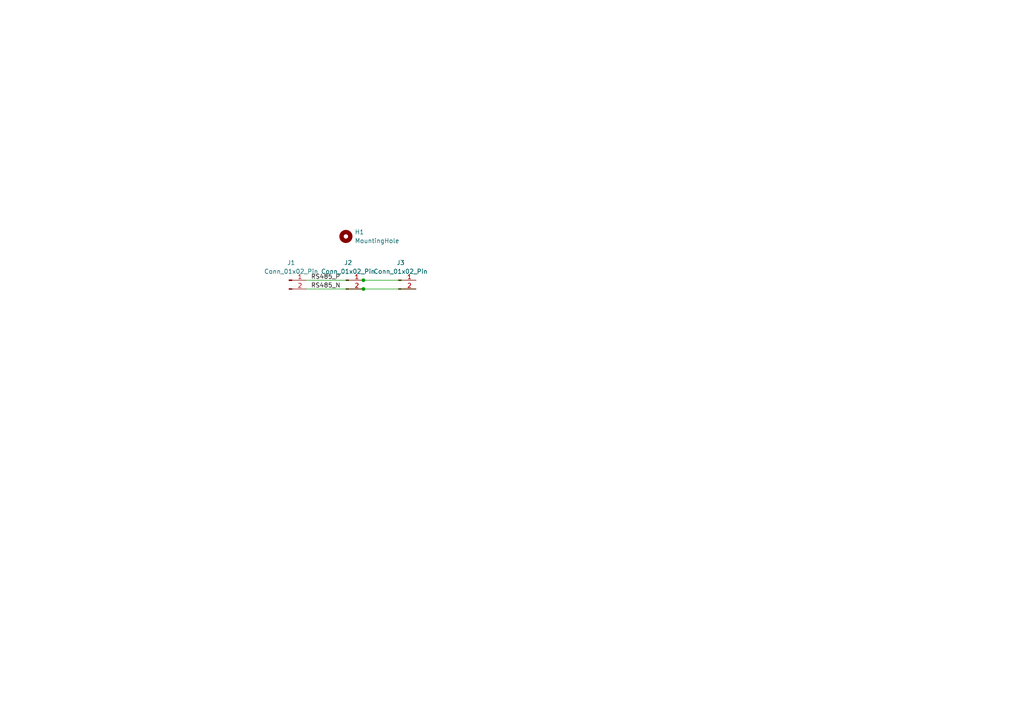
<source format=kicad_sch>
(kicad_sch (version 20230121) (generator eeschema)
  (paper "A4")
  (lib_symbols
    (symbol "Connector:Conn_01x02_Pin" (pin_names (offset 1.016) hide)
      (property "Reference" "J" (at 0 2.54 0))
      (property "Value" "Conn_01x02_Pin" (at 0 -5.08 0))
      (symbol "Conn_01x02_Pin_1_1"
        (polyline (pts (xy 1.27 -2.54) (xy 0.8636 -2.54)) (stroke (width 0.1524)))
        (polyline (pts (xy 1.27 0) (xy 0.8636 0)) (stroke (width 0.1524)))
        (rectangle (start 0.8636 -2.413) (end 0 -2.667) (stroke (width 0.1524)) (fill (type outline)))
        (rectangle (start 0.8636 0.127) (end 0 -0.127) (stroke (width 0.1524)) (fill (type outline)))
        (pin passive line (at 5.08 0 180) (length 3.81) (name "Pin_1") (number "1"))
        (pin passive line (at 5.08 -2.54 180) (length 3.81) (name "Pin_2") (number "2"))
      )
    )
    (symbol "Mechanical:MountingHole" (pin_names (offset 1.016))
      (property "Reference" "H" (at 0 5.08 0))
      (property "Value" "MountingHole" (at 0 3.175 0))
      (symbol "MountingHole_0_1"
        (circle (center 0 0) (radius 1.27) (stroke (width 1.27)))
      )
    )
  )
  (junction (at 105.41 81.28))
  (junction (at 105.41 83.82))
  (wire (pts (xy 88.9 81.28) (xy 105.41 81.28)))
  (wire (pts (xy 105.41 81.28) (xy 120.65 81.28)))
  (wire (pts (xy 88.9 83.82) (xy 105.41 83.82)))
  (wire (pts (xy 105.41 83.82) (xy 120.65 83.82)))
  (label "RS485_P" (at 90.17 81.28 0))
  (label "RS485_N" (at 90.17 83.82 0))
  (symbol (lib_id "Connector:Conn_01x02_Pin") (at 100.33 81.28 0) (unit 1)
    (property "Reference" "J2" (at 100.965 76.2 0))
    (property "Value" "Conn_01x02_Pin" (at 100.965 78.74 0))
    (property "Footprint" "Connector_Hirose:Hirose_DF13C_CL535-0402-2-51_1x02-1MP_P1.25mm_Vertical" (effects hide))
  )
  (symbol (lib_id "Connector:Conn_01x02_Pin") (at 83.82 81.28 0) (unit 1)
    (property "Reference" "J1" (at 84.455 76.2 0))
    (property "Value" "Conn_01x02_Pin" (at 84.455 78.74 0))
    (property "Footprint" "Connector_Hirose:Hirose_DF13C_CL535-0402-2-51_1x02-1MP_P1.25mm_Vertical" (effects hide))
  )
  (symbol (lib_id "Mechanical:MountingHole") (at 100.33 68.58 0) (unit 1)
    (property "Reference" "H1" (at 102.87 67.31 0) (effects (justify left)))
    (property "Value" "MountingHole" (at 102.87 69.85 0) (effects (justify left)))
    (property "Footprint" "MountingHole:MountingHole_2.5mm" (effects hide))
  )
  (symbol (lib_id "Connector:Conn_01x02_Pin") (at 115.57 81.28 0) (unit 1)
    (property "Reference" "J3" (at 116.205 76.2 0))
    (property "Value" "Conn_01x02_Pin" (at 116.205 78.74 0))
    (property "Footprint" "Connector_Hirose:Hirose_DF13C_CL535-0402-2-51_1x02-1MP_P1.25mm_Vertical" (effects hide))
  )
)
</source>
